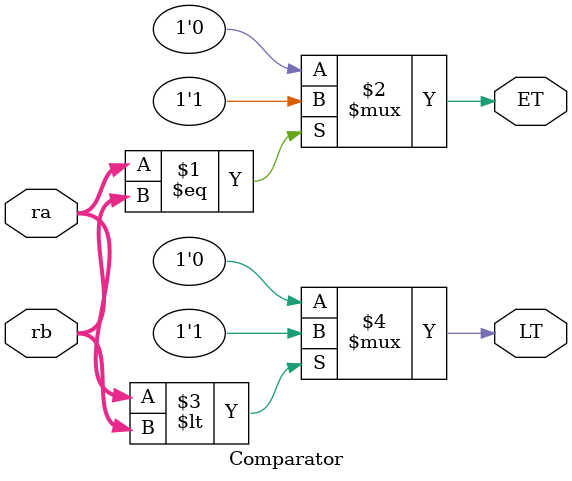
<source format=v>
`timescale 1ns / 1ps

module Comparator(ra, rb, ET, LT);
    input [15:0] ra, rb;
    output ET, LT;
    
    assign ET = (ra == rb)? 1'b1: 1'b0;
    assign LT = (ra < rb)? 1'b1: 1'b0;
    
endmodule
</source>
